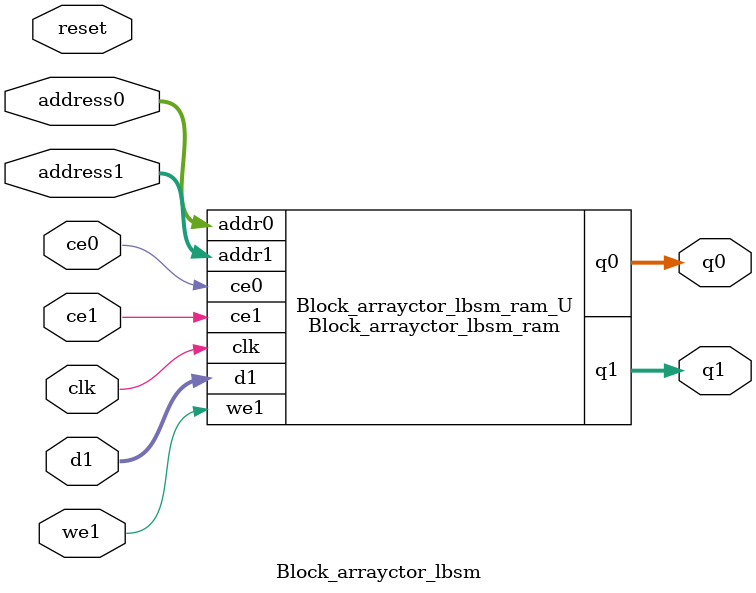
<source format=v>
`timescale 1 ns / 1 ps
module Block_arrayctor_lbsm_ram (addr0, ce0, q0, addr1, ce1, d1, we1, q1,  clk);

parameter DWIDTH = 5;
parameter AWIDTH = 7;
parameter MEM_SIZE = 82;

input[AWIDTH-1:0] addr0;
input ce0;
output reg[DWIDTH-1:0] q0;
input[AWIDTH-1:0] addr1;
input ce1;
input[DWIDTH-1:0] d1;
input we1;
output reg[DWIDTH-1:0] q1;
input clk;

(* ram_style = "distributed" *)reg [DWIDTH-1:0] ram[0:MEM_SIZE-1];




always @(posedge clk)  
begin 
    if (ce0) begin
        q0 <= ram[addr0];
    end
end


always @(posedge clk)  
begin 
    if (ce1) begin
        if (we1) 
            ram[addr1] <= d1; 
        q1 <= ram[addr1];
    end
end


endmodule

`timescale 1 ns / 1 ps
module Block_arrayctor_lbsm(
    reset,
    clk,
    address0,
    ce0,
    q0,
    address1,
    ce1,
    we1,
    d1,
    q1);

parameter DataWidth = 32'd5;
parameter AddressRange = 32'd82;
parameter AddressWidth = 32'd7;
input reset;
input clk;
input[AddressWidth - 1:0] address0;
input ce0;
output[DataWidth - 1:0] q0;
input[AddressWidth - 1:0] address1;
input ce1;
input we1;
input[DataWidth - 1:0] d1;
output[DataWidth - 1:0] q1;



Block_arrayctor_lbsm_ram Block_arrayctor_lbsm_ram_U(
    .clk( clk ),
    .addr0( address0 ),
    .ce0( ce0 ),
    .q0( q0 ),
    .addr1( address1 ),
    .ce1( ce1 ),
    .we1( we1 ),
    .d1( d1 ),
    .q1( q1 ));

endmodule


</source>
